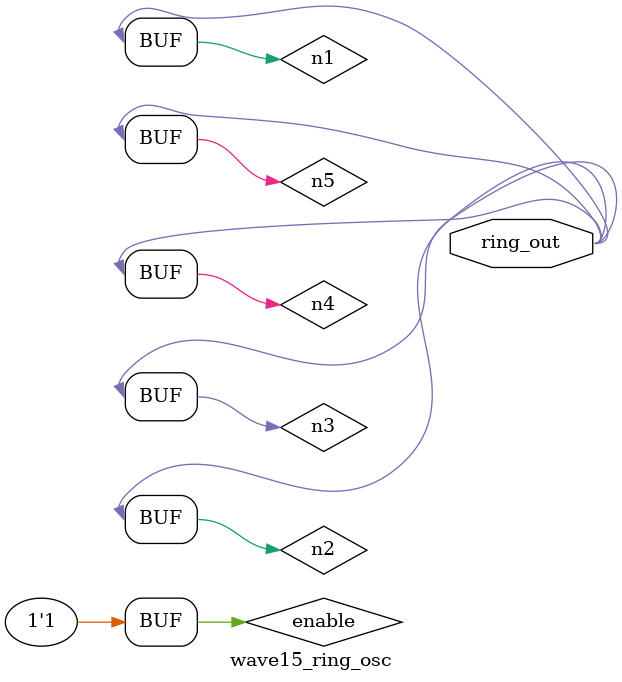
<source format=sv>
module wave15_ring_osc(
    output wire ring_out
);
    // Use 5-stage ring oscillator instead of 3-stage for better frequency stability
    (* dont_touch = "true" *) wire n1, n2, n3, n4, n5;
    
    // Implement using NAND gates for better power characteristics and to ensure oscillation
    (* dont_touch = "true" *) wire enable = 1'b1; // Enable signal always active
    
    // NAND-based implementation for improved characteristics
    nand #1 nand1 (n1, n5, enable);
    not  #1 inv1  (n2, n1);
    not  #1 inv2  (n3, n2);
    not  #1 inv3  (n4, n3);
    not  #1 inv4  (n5, n4);
    
    // Buffer output with non-inverting buffer for better driving capability
    assign ring_out = n5;
endmodule
</source>
